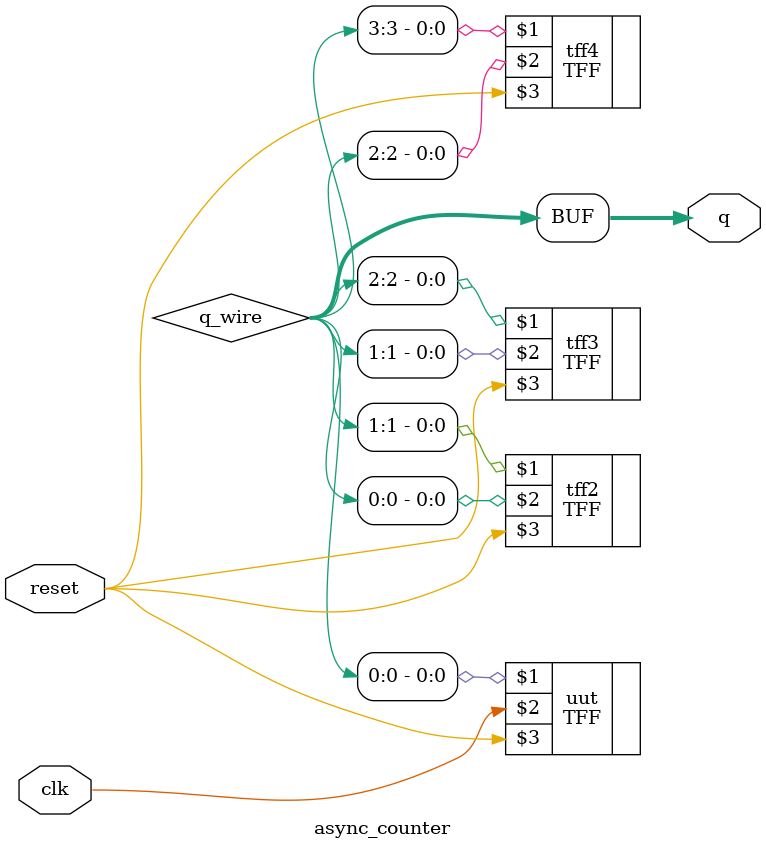
<source format=v>
`timescale 1s/1s
`include "TFF.v"

module async_counter(clk,q,reset);
    input reset;
    input clk;
    output reg [3:0] q;
    // reg q;
    wire [3:0] q_wire;
    // integer counter ;
    // integer i;
    // initial begin
        // counter = 0;
        // clk = 0;
        // forever #1 assign clk = ~clk;
    // end
    // always @(posedge clk) begin
        // count<= counter;
        // counter = counter + 1;
        // if(counter==7)counter=0;
        TFF uut(q_wire[0],clk,reset);
        TFF tff2(q_wire[1],q_wire[0],reset);
        TFF tff3(q_wire[2],q_wire[1],reset);
        TFF tff4(q_wire[3],q_wire[2],reset);
        always @(*)
        q <= q_wire;
        // $display(" %d ",q);

    // end

endmodule
</source>
